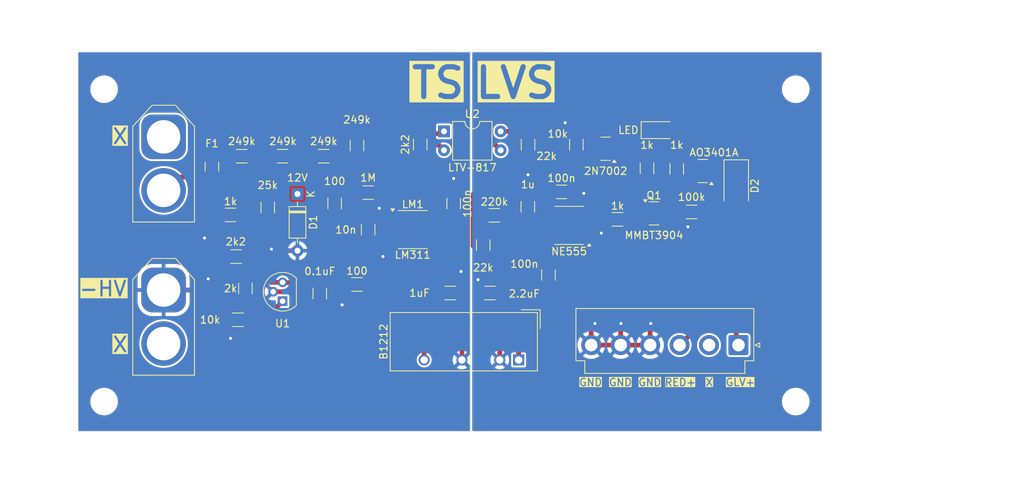
<source format=kicad_pcb>
(kicad_pcb (version 20240108) (generator "pcbnew") (generator_version "8.0")
  (layers (0 "F.Cu" signal) (31 "B.Cu" signal) (34 "B.Paste" user) (35 "F.Paste" user) (36 "B.SilkS" user "B.Silkscreen") (37 "F.SilkS" user "F.Silkscreen") (38 "B.Mask" user) (39 "F.Mask" user) (44 "Edge.Cuts" user))
  (net 0 "")
  (net 1 "/Vref")
  (net 2 "GND")
  (net 3 "Net-(LM1--)")
  (net 4 "Net-(LM1-+)")
  (net 5 "+12V")
  (net 6 "GLV-")
  (net 7 "VCC")
  (net 8 "Net-(U7-CV)")
  (net 9 "Net-(U7-THR)")
  (net 10 "/RED+")
  (net 11 "GLV+")
  (net 13 "/Vin")
  (net 14 "Net-(D3-K)")
  (net 15 "Net-(J1-Pin_2)")
  (net 16 "Net-(F1-Pad1)")
  (net 19 "Net-(LM1-Pad7)")
  (net 20 "Net-(LM1-BAL)")
  (net 21 "Net-(Q1-1)")
  (net 22 "Net-(Q1-3)")
  (net 23 "Net-(U1-REF)")
  (net 24 "Net-(R3-Pad2)")
  (net 25 "Net-(R5-Pad2)")
  (net 26 "Net-(R6-Pad1)")
  (net 27 "Net-(R8-Pad1)")
  (net 28 "Net-(R13-Pad2)")
  (net 29 "Net-(U4-G)")
  (net 30 "Net-(U4-D)")
  (net 31 "Net-(U7-DIS)")
  (net 32 "Net-(U7-Q)")
  (footprint "Capacitor_SMD:C_1206_3216Metric" (layer "F.Cu") (at 133.8825 89.9)
    (property "Reference" "C5" (hide yes))
    (property "Value" "2.2uF" (at 4.6175 0.1 0) (layer "F.SilkS"))
    (pad "1" smd roundrect (at -1.475 0) (size 1.15 1.8) (layers "F.Cu" "F.Paste" "F.Mask") (roundrect_rratio 0.217391) (net 6 "GLV-"))
    (pad "2" smd roundrect (at 1.475 0) (size 1.15 1.8) (layers "F.Cu" "F.Paste" "F.Mask") (roundrect_rratio 0.217391) (net 7 "VCC"))
  )
  (footprint "Capacitor_SMD:C_1206_3216Metric" (layer "F.Cu") (at 141.75 87.475 90)
    (property "Reference" "C6" (hide yes))
    (property "Value" "100n" (at 1.475 -3.25 180) (layer "F.SilkS"))
    (pad "1" smd roundrect (at -1.475 0 90) (size 1.15 1.8) (layers "F.Cu" "F.Paste" "F.Mask") (roundrect_rratio 0.217391) (net 6 "GLV-"))
    (pad "2" smd roundrect (at 1.475 0 90) (size 1.15 1.8) (layers "F.Cu" "F.Paste" "F.Mask") (roundrect_rratio 0.217391) (net 7 "VCC"))
  )
  (footprint "MountingHole:MountingHole_3.2mm_M3" (layer "F.Cu") (at 82 62.5)
    (property "Reference" "H4" (hide yes))
    (property "Value" "MountingHole" (hide yes))
    (pad "" np_thru_hole circle (at 0 0) (size 3.2 3.2) (drill 3.2) (layers "*.Cu" "*.Mask"))
  )
  (footprint "Resistor_SMD:R_1206_3216Metric" (layer "F.Cu") (at 100 93.5 180)
    (property "Reference" "R2" (hide yes))
    (property "Value" "10k" (at 3.75 0 180) (layer "F.SilkS"))
    (pad "1" smd roundrect (at -1.4625 0 180) (size 1.125 1.75) (layers "F.Cu" "F.Paste" "F.Mask") (roundrect_rratio 0.222222) (net 23 "Net-(U1-REF)"))
    (pad "2" smd roundrect (at 1.4625 0 180) (size 1.125 1.75) (layers "F.Cu" "F.Paste" "F.Mask") (roundrect_rratio 0.222222) (net 2 "GND"))
  )
  (footprint "Resistor_SMD:R_1206_3216Metric" (layer "F.Cu") (at 145.5 69.9625 90)
    (property "Reference" "R14" (hide yes))
    (property "Value" "10k" (at 1.4625 -2.5 180) (layer "F.SilkS"))
    (pad "1" smd roundrect (at -1.4625 0 90) (size 1.125 1.75) (layers "F.Cu" "F.Paste" "F.Mask") (roundrect_rratio 0.222222) (net 29 "Net-(U4-G)"))
    (pad "2" smd roundrect (at 1.4625 0 90) (size 1.125 1.75) (layers "F.Cu" "F.Paste" "F.Mask") (roundrect_rratio 0.222222) (net 6 "GLV-"))
  )
  (footprint "Resistor_SMD:R_1206_3216Metric" (layer "F.Cu") (at 134.475 79.4575 180)
    (property "Reference" "R17" (hide yes))
    (property "Value" "220k" (at 0 1.82 0) (layer "F.SilkS"))
    (pad "1" smd roundrect (at -1.4625 0 180) (size 1.125 1.75) (layers "F.Cu" "F.Paste" "F.Mask") (roundrect_rratio 0.222222) (net 9 "Net-(U7-THR)"))
    (pad "2" smd roundrect (at 1.4625 0 180) (size 1.125 1.75) (layers "F.Cu" "F.Paste" "F.Mask") (roundrect_rratio 0.222222) (net 31 "Net-(U7-DIS)"))
  )
  (footprint "Resistor_SMD:R_1206_3216Metric" (layer "F.Cu") (at 155 73.1375 90)
    (property "Reference" "R19" (hide yes))
    (property "Value" "1k" (at 3.1375 0 180) (layer "F.SilkS"))
    (pad "1" smd roundrect (at -1.4625 0 90) (size 1.125 1.75) (layers "F.Cu" "F.Paste" "F.Mask") (roundrect_rratio 0.222222) (net 22 "Net-(Q1-3)"))
    (pad "2" smd roundrect (at 1.4625 0 90) (size 1.125 1.75) (layers "F.Cu" "F.Paste" "F.Mask") (roundrect_rratio 0.222222) (net 14 "Net-(D3-K)"))
  )
  (footprint "MountingHole:MountingHole_3.2mm_M3" (layer "F.Cu") (at 175 104.5)
    (property "Reference" "H3" (hide yes))
    (property "Value" "MountingHole" (hide yes))
    (pad "" np_thru_hole circle (at 0 0) (size 3.2 3.2) (drill 3.2) (layers "*.Cu" "*.Mask"))
  )
  (footprint "Capacitor_SMD:C_1206_3216Metric" (layer "F.Cu") (at 129 77.875 90)
    (property "Reference" "C3" (hide yes))
    (property "Value" "100n" (at 0 1.85 90) (layer "F.SilkS"))
    (pad "1" smd roundrect (at -1.475 0 90) (size 1.15 1.8) (layers "F.Cu" "F.Paste" "F.Mask") (roundrect_rratio 0.217391) (net 5 "+12V"))
    (pad "2" smd roundrect (at 1.475 0 90) (size 1.15 1.8) (layers "F.Cu" "F.Paste" "F.Mask") (roundrect_rratio 0.217391) (net 2 "GND"))
  )
  (footprint "Connector_AMASS:AMASS_XT60-M_1x02_P7.20mm_Vertical" (layer "F.Cu") (at 90 89.5 -90)
    (property "Reference" "J2" (hide yes))
    (property "Value" "Conn_01x02_Pin" (hide yes))
    (pad "1" thru_hole roundrect (at 0 0 270) (size 6 6) (drill 4.5) (layers "*.Cu" "*.Mask") (net 2 "GND"))
    (pad "2" thru_hole circle (at 7.2 0 270) (size 6 6) (drill 4.5) (layers "*.Cu" "*.Mask"))
  )
  (footprint "Capacitor_SMD:C_1206_3216Metric" (layer "F.Cu") (at 117.5 81.4 -90)
    (property "Reference" "C2" (hide yes))
    (property "Value" "10n" (at 0 3 180) (layer "F.SilkS"))
    (pad "1" smd roundrect (at -1.475 0 270) (size 1.15 1.8) (layers "F.Cu" "F.Paste" "F.Mask") (roundrect_rratio 0.217391) (net 4 "Net-(LM1-+)"))
    (pad "2" smd roundrect (at 1.475 0 270) (size 1.15 1.8) (layers "F.Cu" "F.Paste" "F.Mask") (roundrect_rratio 0.217391) (net 3 "Net-(LM1--)"))
  )
  (footprint "Resistor_SMD:R_1206_3216Metric" (layer "F.Cu") (at 99.75 85 180)
    (property "Reference" "R4" (hide yes))
    (property "Value" "2k2" (at 0.0375 2 180) (layer "F.SilkS"))
    (pad "1" smd roundrect (at -1.4625 0 180) (size 1.125 1.75) (layers "F.Cu" "F.Paste" "F.Mask") (roundrect_rratio 0.222222) (net 1 "/Vref"))
    (pad "2" smd roundrect (at 1.4625 0 180) (size 1.125 1.75) (layers "F.Cu" "F.Paste" "F.Mask") (roundrect_rratio 0.222222) (net 5 "+12V"))
  )
  (footprint "Package_TO_SOT_THT:TO-92" (layer "F.Cu") (at 106 91 90)
    (property "Reference" "U1" (at -3 0 0) (layer "F.SilkS"))
    (property "Value" "TL431" (hide yes))
    (pad "1" thru_hole rect (at 0 0 90) (size 1.3 1.3) (drill 0.75) (layers "*.Cu" "*.Mask") (net 23 "Net-(U1-REF)"))
    (pad "2" thru_hole circle (at 1.27 -1.27 90) (size 1.3 1.3) (drill 0.75) (layers "*.Cu" "*.Mask") (net 2 "GND"))
    (pad "3" thru_hole circle (at 2.54 0 90) (size 1.3 1.3) (drill 0.75) (layers "*.Cu" "*.Mask") (net 1 "/Vref"))
  )
  (footprint "Resistor_SMD:R_1206_3216Metric" (layer "F.Cu") (at 132.975 83.4575 -90)
    (property "Reference" "R16" (hide yes))
    (property "Value" "22k" (at 3.0375 0 0) (layer "F.SilkS"))
    (pad "1" smd roundrect (at -1.4625 0 270) (size 1.125 1.75) (layers "F.Cu" "F.Paste" "F.Mask") (roundrect_rratio 0.222222) (net 31 "Net-(U7-DIS)"))
    (pad "2" smd roundrect (at 1.4625 0 270) (size 1.125 1.75) (layers "F.Cu" "F.Paste" "F.Mask") (roundrect_rratio 0.222222) (net 7 "VCC"))
  )
  (footprint "Resistor_SMD:R_1206_3216Metric" (layer "F.Cu") (at 151.0375 80 180)
    (property "Reference" "R18" (hide yes))
    (property "Value" "1k" (at 0 1.82 0) (layer "F.SilkS"))
    (pad "1" smd roundrect (at -1.4625 0 180) (size 1.125 1.75) (layers "F.Cu" "F.Paste" "F.Mask") (roundrect_rratio 0.222222) (net 21 "Net-(Q1-1)"))
    (pad "2" smd roundrect (at 1.4625 0 180) (size 1.125 1.75) (layers "F.Cu" "F.Paste" "F.Mask") (roundrect_rratio 0.222222) (net 32 "Net-(U7-Q)"))
  )
  (footprint "Capacitor_SMD:C_1206_3216Metric" (layer "F.Cu") (at 128.525 89.9 180)
    (property "Reference" "C4" (hide yes))
    (property "Value" "1uF" (at 4.1175 0 0) (layer "F.SilkS"))
    (pad "1" smd roundrect (at -1.475 0 180) (size 1.15 1.8) (layers "F.Cu" "F.Paste" "F.Mask") (roundrect_rratio 0.217391) (net 2 "GND"))
    (pad "2" smd roundrect (at 1.475 0 180) (size 1.15 1.8) (layers "F.Cu" "F.Paste" "F.Mask") (roundrect_rratio 0.217391) (net 5 "+12V"))
  )
  (footprint "Capacitor_SMD:C_1206_3216Metric" (layer "F.Cu") (at 138.975 78.305 -90)
    (property "Reference" "C8" (hide yes))
    (property "Value" "1u" (at -3 0 0) (layer "F.SilkS"))
    (pad "1" smd roundrect (at -1.475 0 270) (size 1.15 1.8) (layers "F.Cu" "F.Paste" "F.Mask") (roundrect_rratio 0.217391) (net 6 "GLV-"))
    (pad "2" smd roundrect (at 1.475 0 270) (size 1.15 1.8) (layers "F.Cu" "F.Paste" "F.Mask") (roundrect_rratio 0.217391) (net 9 "Net-(U7-THR)"))
  )
  (footprint "Capacitor_SMD:C_1206_3216Metric" (layer "F.Cu") (at 143.5 76.305 180)
    (property "Reference" "C7" (hide yes))
    (property "Value" "100n" (at 0 1.85 0) (layer "F.SilkS"))
    (pad "1" smd roundrect (at -1.475 0 180) (size 1.15 1.8) (layers "F.Cu" "F.Paste" "F.Mask") (roundrect_rratio 0.217391) (net 6 "GLV-"))
    (pad "2" smd roundrect (at 1.475 0 180) (size 1.15 1.8) (layers "F.Cu" "F.Paste" "F.Mask") (roundrect_rratio 0.217391) (net 8 "Net-(U7-CV)"))
  )
  (footprint "LED_SMD:LED_1206_3216Metric" (layer "F.Cu") (at 156.5 68)
    (property "Reference" "D3" (hide yes))
    (property "Value" "LED" (at -4 0 0) (layer "F.SilkS"))
    (pad "1" smd roundrect (at -1.4 0) (size 1.25 1.75) (layers "F.Cu" "F.Paste" "F.Mask") (roundrect_rratio 0.2) (net 14 "Net-(D3-K)"))
    (pad "2" smd roundrect (at 1.4 0) (size 1.25 1.75) (layers "F.Cu" "F.Paste" "F.Mask") (roundrect_rratio 0.2) (net 7 "VCC"))
  )
  (footprint "Fuse:Fuse_1206_3216Metric" (layer "F.Cu") (at 96.5 72.9 -90)
    (property "Reference" "F1" (at -3.1 0 180) (layer "F.SilkS"))
    (property "Value" "Fuse" (hide yes))
    (pad "1" smd roundrect (at -1.4 0 270) (size 1.25 1.75) (layers "F.Cu" "F.Paste" "F.Mask") (roundrect_rratio 0.2) (net 16 "Net-(F1-Pad1)"))
    (pad "2" smd roundrect (at 1.4 0 270) (size 1.25 1.75) (layers "F.Cu" "F.Paste" "F.Mask") (roundrect_rratio 0.2) (net 15 "Net-(J1-Pin_2)"))
  )
  (footprint "Resistor_SMD:R_1206_3216Metric" (layer "F.Cu") (at 104 78.4 90)
    (property "Reference" "R8" (hide yes))
    (property "Value" "25k" (at 3 0 180) (layer "F.SilkS"))
    (pad "1" smd roundrect (at -1.4625 0 90) (size 1.125 1.75) (layers "F.Cu" "F.Paste" "F.Mask") (roundrect_rratio 0.222222) (net 27 "Net-(R8-Pad1)"))
    (pad "2" smd roundrect (at 1.4625 0 90) (size 1.125 1.75) (layers "F.Cu" "F.Paste" "F.Mask") (roundrect_rratio 0.222222) (net 13 "/Vin"))
  )
  (footprint "Capacitor_SMD:C_1206_3216Metric" (layer "F.Cu") (at 111 89.975 -90)
    (property "Reference" "C1" (hide yes))
    (property "Value" "0.1uF" (at -3 0 0) (layer "F.SilkS"))
    (pad "1" smd roundrect (at -1.475 0 270) (size 1.15 1.8) (layers "F.Cu" "F.Paste" "F.Mask") (roundrect_rratio 0.217391) (net 1 "/Vref"))
    (pad "2" smd roundrect (at 1.475 0 270) (size 1.15 1.8) (layers "F.Cu" "F.Paste" "F.Mask") (roundrect_rratio 0.217391) (net 2 "GND"))
  )
  (footprint "Package_TO_SOT_SMD:SOT-23" (layer "F.Cu") (at 149.4375 70.5 180)
    (property "Reference" "U4" (hide yes))
    (property "Value" "2N7002" (at 0 -3 0) (layer "F.SilkS"))
    (pad "1" smd roundrect (at -0.9375 -0.95 180) (size 1.475 0.6) (layers "F.Cu" "F.Paste" "F.Mask") (net 29 "Net-(U4-G)"))
    (pad "2" smd roundrect (at -0.9375 0.95 180) (size 1.475 0.6) (layers "F.Cu" "F.Paste" "F.Mask") (net 6 "GLV-"))
    (pad "3" smd roundrect (at 0.9375 0 180) (size 1.475 0.6) (layers "F.Cu" "F.Paste" "F.Mask") (net 30 "Net-(U4-D)"))
  )
  (footprint "Resistor_SMD:R_1206_3216Metric" (layer "F.Cu") (at 116 70.0625 -90)
    (property "Reference" "R7" (hide yes))
    (property "Value" "249k" (at -3.4625 0 180) (layer "F.SilkS"))
    (pad "1" smd roundrect (at -1.4625 0 270) (size 1.125 1.75) (layers "F.Cu" "F.Paste" "F.Mask") (roundrect_rratio 0.222222) (net 26 "Net-(R6-Pad1)"))
    (pad "2" smd roundrect (at 1.4625 0 270) (size 1.125 1.75) (layers "F.Cu" "F.Paste" "F.Mask") (roundrect_rratio 0.222222) (net 13 "/Vin"))
  )
  (footprint "Package_SO:SOIC-8_3.9x4.9mm_P1.27mm" (layer "F.Cu") (at 123.5 81.375)
    (property "Reference" "LM1" (at 0 -3.4 0) (layer "F.SilkS"))
    (property "Value" "LM311" (at 0 3.4 0) (layer "F.SilkS"))
    (pad "1" smd roundrect (at -2.475 -1.905) (size 1.95 0.6) (layers "F.Cu" "F.Paste" "F.Mask") (net 2 "GND"))
    (pad "2" smd roundrect (at -2.475 -0.635) (size 1.95 0.6) (layers "F.Cu" "F.Paste" "F.Mask") (net 4 "Net-(LM1-+)"))
    (pad "3" smd roundrect (at -2.475 0.635) (size 1.95 0.6) (layers "F.Cu" "F.Paste" "F.Mask") (net 3 "Net-(LM1--)"))
    (pad "4" smd roundrect (at -2.475 1.905) (size 1.95 0.6) (layers "F.Cu" "F.Paste" "F.Mask") (net 2 "GND"))
    (pad "5" smd roundrect (at 2.475 1.905) (size 1.95 0.6) (layers "F.Cu" "F.Paste" "F.Mask") (net 20 "Net-(LM1-BAL)"))
    (pad "6" smd roundrect (at 2.475 0.635) (size 1.95 0.6) (layers "F.Cu" "F.Paste" "F.Mask") (net 20 "Net-(LM1-BAL)"))
    (pad "7" smd roundrect (at 2.475 -0.635) (size 1.95 0.6) (layers "F.Cu" "F.Paste" "F.Mask") (net 19 "Net-(LM1-Pad7)"))
    (pad "8" smd roundrect (at 2.475 -1.905) (size 1.95 0.6) (layers "F.Cu" "F.Paste" "F.Mask") (net 5 "+12V"))
  )
  (footprint "MountingHole:MountingHole_3.2mm_M3" (layer "F.Cu") (at 175 62.5)
    (property "Reference" "H1" (hide yes))
    (property "Value" "MountingHole" (hide yes))
    (pad "" np_thru_hole circle (at 0 0) (size 3.2 3.2) (drill 3.2) (layers "*.Cu" "*.Mask"))
  )
  (footprint "Connector_JST:JST_VH_B6P-VH_1x06_P3.96mm_Vertical" (layer "F.Cu") (at 167.3 96.9 180)
    (property "Reference" "Conn_01x1" (hide yes))
    (property "Value" "Conn_01x06" (hide yes))
    (pad "1" thru_hole roundrect (at 0 0 180) (size 2.7 2.7) (drill 1.7) (layers "*.Cu" "*.Mask") (roundrect_rratio 0.092593) (net 11 "GLV+"))
    (pad "2" thru_hole circle (at 3.96 0 180) (size 2.7 2.7) (drill 1.7) (layers "*.Cu" "*.Mask"))
    (pad "3" thru_hole circle (at 7.92 0 180) (size 2.7 2.7) (drill 1.7) (layers "*.Cu" "*.Mask") (net 10 "/RED+"))
    (pad "4" thru_hole circle (at 11.88 0 180) (size 2.7 2.7) (drill 1.7) (layers "*.Cu" "*.Mask") (net 6 "GLV-"))
    (pad "5" thru_hole circle (at 15.84 0 180) (size 2.7 2.7) (drill 1.7) (layers "*.Cu" "*.Mask") (net 6 "GLV-"))
    (pad "6" thru_hole circle (at 19.8 0 180) (size 2.7 2.7) (drill 1.7) (layers "*.Cu" "*.Mask") (net 6 "GLV-"))
  )
  (footprint "Diode_SMD:D_SMA" (layer "F.Cu") (at 167 75.5 -90)
    (property "Reference" "D2" (at 0 -2.5 90) (layer "F.SilkS"))
    (property "Value" "D" (hide yes))
    (pad "1" smd roundrect (at -2 0 270) (size 2.5 1.8) (layers "F.Cu" "F.Paste" "F.Mask") (roundrect_rratio 0.1388888889) (net 7 "VCC"))
    (pad "2" smd roundrect (at 2 0 270) (size 2.5 1.8) (layers "F.Cu" "F.Paste" "F.Mask") (roundrect_rratio 0.1388888889) (net 11 "GLV+"))
  )
  (footprint "Resistor_SMD:R_1206_3216Metric" (layer "F.Cu") (at 106 71.5)
    (property "Reference" "R5" (hide yes))
    (property "Value" "249k" (at 0.0375 -2 180) (layer "F.SilkS"))
    (pad "1" smd roundrect (at -1.4625 0) (size 1.125 1.75) (layers "F.Cu" "F.Paste" "F.Mask") (roundrect_rratio 0.222222) (net 24 "Net-(R3-Pad2)"))
    (pad "2" smd roundrect (at 1.4625 0) (size 1.125 1.75) (layers "F.Cu" "F.Paste" "F.Mask") (roundrect_rratio 0.222222) (net 25 "Net-(R5-Pad2)"))
  )
  (footprint "Package_TO_SOT_SMD:SOT-23" (layer "F.Cu") (at 155.9375 79.1875)
    (property "Reference" "Q1" (at 0 -2.4 0) (layer "F.SilkS"))
    (property "Value" "MMBT3904" (at 0 2.95 0) (layer "F.SilkS"))
    (pad "1" smd roundrect (at -0.9375 -0.95) (size 1.475 0.6) (layers "F.Cu" "F.Paste" "F.Mask") (net 22 "Net-(Q1-3)"))
    (pad "2" smd roundrect (at -0.9375 0.95) (size 1.475 0.6) (layers "F.Cu" "F.Paste" "F.Mask") (net 21 "Net-(Q1-1)"))
    (pad "3" smd roundrect (at 0.9375 0) (size 1.475 0.6) (layers "F.Cu" "F.Paste" "F.Mask") (net 6 "GLV-"))
  )
  (footprint "Resistor_SMD:R_1206_3216Metric" (layer "F.Cu") (at 159 73.2125 90)
    (property "Reference" "R20" (hide yes))
    (property "Value" "1k" (at 3.2125 0 180) (layer "F.SilkS"))
    (pad "1" smd roundrect (at -1.4625 0 90) (size 1.125 1.75) (layers "F.Cu" "F.Paste" "F.Mask") (roundrect_rratio 0.222222) (net 22 "Net-(Q1-3)"))
    (pad "2" smd roundrect (at 1.4625 0 90) (size 1.125 1.75) (layers "F.Cu" "F.Paste" "F.Mask") (roundrect_rratio 0.222222) (net 7 "VCC"))
  )
  (footprint "Resistor_SMD:R_1206_3216Metric" (layer "F.Cu") (at 124.5 69.9375 90)
    (property "Reference" "R13" (hide yes))
    (property "Value" "2k2" (at 0 -2 90) (layer "F.SilkS"))
    (pad "1" smd roundrect (at -1.4625 0 90) (size 1.125 1.75) (layers "F.Cu" "F.Paste" "F.Mask") (roundrect_rratio 0.222222) (net 5 "+12V"))
    (pad "2" smd roundrect (at 1.4625 0 90) (size 1.125 1.75) (layers "F.Cu" "F.Paste" "F.Mask") (roundrect_rratio 0.222222) (net 28 "Net-(R13-Pad2)"))
  )
  (footprint "Converter_DCDC:Converter_DCDC_TRACO_TBA2-xxxx_Single_THT" (layer "F.Cu") (at 137.7375 98.9 -90)
    (property "Reference" "U3" (hide yes))
    (property "Value" "B1212" (at -2.45 18.15 90) (layer "F.SilkS"))
    (pad "1" thru_hole rect (at 0 0 270) (size 1.5 1.5) (drill 1) (layers "*.Cu" "*.Mask") (net 7 "VCC"))
    (pad "2" thru_hole circle (at 0 2.54 270) (size 1.5 1.5) (drill 1) (layers "*.Cu" "*.Mask") (net 6 "GLV-"))
    (pad "4" thru_hole circle (at 0 7.62 270) (size 1.5 1.5) (drill 1) (layers "*.Cu" "*.Mask") (net 2 "GND"))
    (pad "6" thru_hole circle (at 0 12.7 270) (size 1.5 1.5) (drill 1) (layers "*.Cu" "*.Mask") (net 5 "+12V"))
  )
  (footprint "Package_TO_SOT_SMD:SOT-23" (layer "F.Cu") (at 162.5 73.5 180)
    (property "Reference" "Q3" (hide yes))
    (property "Value" "AO3401A" (at -1.5 2.5 0) (layer "F.SilkS"))
    (pad "1" smd roundrect (at -0.9375 -0.95 180) (size 1.475 0.6) (layers "F.Cu" "F.Paste" "F.Mask") (net 22 "Net-(Q1-3)"))
    (pad "2" smd roundrect (at -0.9375 0.95 180) (size 1.475 0.6) (layers "F.Cu" "F.Paste" "F.Mask") (net 7 "VCC"))
    (pad "3" smd roundrect (at 0.9375 0 180) (size 1.475 0.6) (layers "F.Cu" "F.Paste" "F.Mask") (net 10 "/RED+"))
  )
  (footprint "Package_DIP:DIP-4_W7.62mm" (layer "F.Cu") (at 127.7 68.1625)
    (property "Reference" "U2" (at 3.81 -2.33 0) (layer "F.SilkS"))
    (property "Value" "LTV-817" (at 3.81 4.87 0) (layer "F.SilkS"))
    (pad "1" thru_hole rect (at 0 0) (size 1.6 1.6) (drill 0.8) (layers "*.Cu" "*.Mask") (net 28 "Net-(R13-Pad2)"))
    (pad "2" thru_hole oval (at 0 2.54) (size 1.6 1.6) (drill 0.8) (layers "*.Cu" "*.Mask") (net 19 "Net-(LM1-Pad7)"))
    (pad "3" thru_hole oval (at 7.62 2.54) (size 1.6 1.6) (drill 0.8) (layers "*.Cu" "*.Mask") (net 29 "Net-(U4-G)"))
    (pad "4" thru_hole oval (at 7.62 0) (size 1.6 1.6) (drill 0.8) (layers "*.Cu" "*.Mask") (net 7 "VCC"))
  )
  (footprint "Resistor_SMD:R_1206_3216Metric" (layer "F.Cu") (at 161 79)
    (property "Reference" "R21" (hide yes))
    (property "Value" "100k" (at 0 -2 0) (layer "F.SilkS"))
    (pad "1" smd roundrect (at -1.4625 0) (size 1.125 1.75) (layers "F.Cu" "F.Paste" "F.Mask") (roundrect_rratio 0.222222) (net 6 "GLV-"))
    (pad "2" smd roundrect (at 1.4625 0) (size 1.125 1.75) (layers "F.Cu" "F.Paste" "F.Mask") (roundrect_rratio 0.222222) (net 22 "Net-(Q1-3)"))
  )
  (footprint "MountingHole:MountingHole_3.2mm_M3" (layer "F.Cu") (at 82 104.5)
    (property "Reference" "H2" (hide yes))
    (property "Value" "MountingHole" (hide yes))
    (pad "" np_thru_hole circle (at 0 0) (size 3.2 3.2) (drill 3.2) (layers "*.Cu" "*.Mask"))
  )
  (footprint "Resistor_SMD:R_1206_3216Metric" (layer "F.Cu") (at 113 77.8625 90)
    (property "Reference" "R10" (hide yes))
    (property "Value" "100" (at 3 0 180) (layer "F.SilkS"))
    (pad "1" smd roundrect (at -1.4625 0 90) (size 1.125 1.75) (layers "F.Cu" "F.Paste" "F.Mask") (roundrect_rratio 0.222222) (net 4 "Net-(LM1-+)"))
    (pad "2" smd roundrect (at 1.4625 0 90) (size 1.125 1.75) (layers "F.Cu" "F.Paste" "F.Mask") (roundrect_rratio 0.222222) (net 13 "/Vin"))
  )
  (footprint "Resistor_SMD:R_1206_3216Metric" (layer "F.Cu") (at 117.5 76.4)
    (property "Reference" "R12" (hide yes))
    (property "Value" "1M" (at 0 -2 0) (layer "F.SilkS"))
    (pad "1" smd roundrect (at -1.4625 0) (size 1.125 1.75) (layers "F.Cu" "F.Paste" "F.Mask") (roundrect_rratio 0.222222) (net 13 "/Vin"))
    (pad "2" smd roundrect (at 1.4625 0) (size 1.125 1.75) (layers "F.Cu" "F.Paste" "F.Mask") (roundrect_rratio 0.222222) (net 19 "Net-(LM1-Pad7)"))
  )
  (footprint "Resistor_SMD:R_1206_3216Metric" (layer "F.Cu") (at 99 79.4 180)
    (property "Reference" "R9" (hide yes))
    (property "Value" "1k" (at 0 1.82 0) (layer "F.SilkS"))
    (pad "1" smd roundrect (at -1.4625 0 180) (size 1.125 1.75) (layers "F.Cu" "F.Paste" "F.Mask") (roundrect_rratio 0.222222) (net 27 "Net-(R8-Pad1)"))
    (pad "2" smd roundrect (at 1.4625 0 180) (size 1.125 1.75) (layers "F.Cu" "F.Paste" "F.Mask") (roundrect_rratio 0.222222) (net 2 "GND"))
  )
  (footprint "Diode_THT:D_DO-35_SOD27_P7.62mm_Horizontal" (layer "F.Cu") (at 108 76.59 -90)
    (property "Reference" "D1" (at 3.81 -2.12 90) (layer "F.SilkS"))
    (property "Value" "12V" (at -2.19 0 180) (layer "F.SilkS"))
    (fp_text user "K" (at 0 -1.8 90) (layer "F.SilkS"))
    (pad "1" thru_hole rect (at 0 0 270) (size 1.6 1.6) (drill 0.8) (layers "*.Cu" "*.Mask") (net 13 "/Vin"))
    (pad "2" thru_hole oval (at 7.62 0 270) (size 1.6 1.6) (drill 0.8) (layers "*.Cu" "*.Mask") (net 2 "GND"))
  )
  (footprint "Resistor_SMD:R_1206_3216Metric" (layer "F.Cu") (at 111.5375 71.5 180)
    (property "Reference" "R6" (hide yes))
    (property "Value" "249k" (at 0 2 180) (layer "F.SilkS"))
    (pad "1" smd roundrect (at -1.4625 0 180) (size 1.125 1.75) (layers "F.Cu" "F.Paste" "F.Mask") (roundrect_rratio 0.222222) (net 26 "Net-(R6-Pad1)"))
    (pad "2" smd roundrect (at 1.4625 0 180) (size 1.125 1.75) (layers "F.Cu" "F.Paste" "F.Mask") (roundrect_rratio 0.222222) (net 25 "Net-(R5-Pad2)"))
  )
  (footprint "Resistor_SMD:R_1206_3216Metric" (layer "F.Cu") (at 101 89.2875 -90)
    (property "Reference" "R1" (hide yes))
    (property "Value" "2k" (at 0 2 0) (layer "F.SilkS"))
    (pad "1" smd roundrect (at -1.4625 0 270) (size 1.125 1.75) (layers "F.Cu" "F.Paste" "F.Mask") (roundrect_rratio 0.222222) (net 1 "/Vref"))
    (pad "2" smd roundrect (at 1.4625 0 270) (size 1.125 1.75) (layers "F.Cu" "F.Paste" "F.Mask") (roundrect_rratio 0.222222) (net 23 "Net-(U1-REF)"))
  )
  (footprint "Package_SO:SOIC-8_3.9x4.9mm_P1.27mm" (layer "F.Cu") (at 144.525 80.805 180)
    (property "Reference" "U7" (hide yes))
    (property "Value" "NE555" (at 0 -3.5 0) (layer "F.SilkS"))
    (pad "1" smd roundrect (at -2.475 -1.905 180) (size 1.95 0.6) (layers "F.Cu" "F.Paste" "F.Mask") (net 6 "GLV-"))
    (pad "2" smd roundrect (at -2.475 -0.635 180) (size 1.95 0.6) (layers "F.Cu" "F.Paste" "F.Mask") (net 9 "Net-(U7-THR)"))
    (pad "3" smd roundrect (at -2.475 0.635 180) (size 1.95 0.6) (layers "F.Cu" "F.Paste" "F.Mask") (net 32 "Net-(U7-Q)"))
    (pad "4" smd roundrect (at -2.475 1.905 180) (size 1.95 0.6) (layers "F.Cu" "F.Paste" "F.Mask") (net 30 "Net-(U4-D)"))
    (pad "5" smd roundrect (at 2.475 1.905 180) (size 1.95 0.6) (layers "F.Cu" "F.Paste" "F.Mask") (net 8 "Net-(U7-CV)"))
    (pad "6" smd roundrect (at 2.475 0.635 180) (size 1.95 0.6) (layers "F.Cu" "F.Paste" "F.Mask") (net 9 "Net-(U7-THR)"))
    (pad "7" smd roundrect (at 2.475 -0.635 180) (size 1.95 0.6) (layers "F.Cu" "F.Paste" "F.Mask") (net 31 "Net-(U7-DIS)"))
    (pad "8" smd roundrect (at 2.475 -1.905 180) (size 1.95 0.6) (layers "F.Cu" "F.Paste" "F.Mask") (net 7 "VCC"))
  )
  (footprint "Resistor_SMD:R_1206_3216Metric" (layer "F.Cu") (at 139 69.9625 90)
    (property "Reference" "R15" (hide yes))
    (property "Value" "22k" (at -1.5375 2.5 180) (layer "F.SilkS"))
    (pad "1" smd roundrect (at -1.4625 0 90) (size 1.125 1.75) (layers "F.Cu" "F.Paste" "F.Mask") (roundrect_rratio 0.222222) (net 30 "Net-(U4-D)"))
    (pad "2" smd roundrect (at 1.4625 0 90) (size 1.125 1.75) (layers "F.Cu" "F.Paste" "F.Mask") (roundrect_rratio 0.222222) (net 7 "VCC"))
  )
  (footprint "Connector_AMASS:AMASS_XT60-M_1x02_P7.20mm_Vertical" (layer "F.Cu") (at 90 68.9 -90)
    (property "Reference" "J1" (hide yes))
    (property "Value" "Conn_01x02_Pin" (hide yes))
    (pad "1" thru_hole roundrect (at 0 0 270) (size 6 6) (drill 4.5) (layers "*.Cu" "*.Mask"))
    (pad "2" thru_hole circle (at 7.2 0 270) (size 6 6) (drill 4.5) (layers "*.Cu" "*.Mask") (net 15 "Net-(J1-Pin_2)"))
  )
  (footprint "Resistor_SMD:R_1206_3216Metric" (layer "F.Cu") (at 116 88.75 180)
    (property "Reference" "R11" (hide yes))
    (property "Value" "100" (at 0 1.82 0) (layer "F.SilkS"))
    (pad "1" smd roundrect (at -1.4625 0 180) (size 1.125 1.75) (layers "F.Cu" "F.Paste" "F.Mask") (roundrect_rratio 0.222222) (net 3 "Net-(LM1--)"))
    (pad "2" smd roundrect (at 1.4625 0 180) (size 1.125 1.75) (layers "F.Cu" "F.Paste" "F.Mask") (roundrect_rratio 0.222222) (net 1 "/Vref"))
  )
  (footprint "Resistor_SMD:R_1206_3216Metric" (layer "F.Cu") (at 100.5 71.5)
    (property "Reference" "R3" (hide yes))
    (property "Value" "249k" (at 0 -2 180) (layer "F.SilkS"))
    (pad "1" smd roundrect (at -1.4625 0) (size 1.125 1.75) (layers "F.Cu" "F.Paste" "F.Mask") (roundrect_rratio 0.222222) (net 16 "Net-(F1-Pad1)"))
    (pad "2" smd roundrect (at 1.4625 0) (size 1.125 1.75) (layers "F.Cu" "F.Paste" "F.Mask") (roundrect_rratio 0.222222) (net 24 "Net-(R3-Pad2)"))
  )
  (gr_line (start 131.25 57.5) (end 131.25 108.5) (stroke (width 0.12)) (layer "F.SilkS"))
  (gr_rect (start 78.5 57.5) (end 178.5 108.5) (stroke (width 0.05)) (fill none) (layer "Edge.Cuts"))
  (gr_text "TS" (at 123 64 0) (layer "F.SilkS" knockout) (effects (font (size 4 4) (thickness 0.7) (bold yes)) (justify left bottom)))
  (gr_text "X" (at 162.8 102.5 0) (layer "F.SilkS" knockout) (effects (font (size 1 1)) (justify left bottom)))
  (gr_text "X" (at 83 70 0) (layer "F.SilkS" knockout) (effects (font (size 2 2) (thickness 0.3)) (justify left bottom)))
  (gr_text "-HV" (at 78.5 90.5 0) (layer "F.SilkS" knockout) (effects (font (size 2 2) (thickness 0.3)) (justify left bottom)))
  (gr_text "LVS\n" (at 131.6 64 0) (layer "F.SilkS" knockout) (effects (font (size 4 4) (thickness 0.7) (bold yes)) (justify left bottom)))
  (gr_text "RED+" (at 157.3 102.5 0) (layer "F.SilkS" knockout) (effects (font (size 1 1)) (justify left bottom)))
  (gr_text "GND" (at 153.75 102.5 0) (layer "F.SilkS" knockout) (effects (font (size 1 1)) (justify left bottom)))
  (gr_text "X" (at 83 98 0) (layer "F.SilkS" knockout) (effects (font (size 2 2) (thickness 0.3)) (justify left bottom)))
  (gr_text "GND" (at 145.8 102.5 0) (layer "F.SilkS" knockout) (effects (font (size 1 1)) (justify left bottom)))
  (gr_text "GND" (at 149.8 102.5 0) (layer "F.SilkS" knockout) (effects (font (size 1 1)) (justify left bottom)))
  (gr_text "GLV+" (at 165.5 102.5 0) (layer "F.SilkS" knockout) (effects (font (size 1 1)) (justify left bottom)))
  (segment (start 114.5375 88.75) (end 111.25 88.75) (width 0.635) (layer "F.Cu") (net 1))
  (segment (start 111.25 88.75) (end 111 88.5) (width 0.635) (layer "F.Cu") (net 1))
  (segment (start 111 88.5) (end 106.04 88.5) (width 0.635) (layer "F.Cu") (net 1))
  (segment (start 106.04 88.5) (end 106 88.46) (width 0.635) (layer "F.Cu") (net 1))
  (segment (start 101 87.825) (end 101 85.2125) (width 0.635) (layer "F.Cu") (net 1))
  (segment (start 101.635 88.46) (end 101 87.825) (width 0.635) (layer "F.Cu") (net 1))
  (segment (start 101 85.2125) (end 101.2125 85) (width 0.635) (layer "F.Cu") (net 1))
  (segment (start 106 88.46) (end 101.635 88.46) (width 0.635) (layer "F.Cu") (net 1))
  (segment (start 129 76.4) (end 129 74.5) (width 0.635) (layer "F.Cu") (net 2))
  (segment (start 119.97 79.47) (end 119 78.5) (width 0.635) (layer "F.Cu") (net 2))
  (segment (start 111 91.45) (end 113.95 91.45) (width 0.635) (layer "F.Cu") (net 2))
  (segment (start 121.025 83.475) (end 119.5 85) (width 0.635) (layer "F.Cu") (net 2))
  (segment (start 97.5375 80.4625) (end 95.5 82.5) (width 0.635) (layer "F.Cu") (net 2))
  (segment (start 113.95 91.45) (end 114 91.5) (width 0.635) (layer "F.Cu") (net 2))
  (segment (start 108 84.21) (end 104.71 84.21) (width 0.635) (layer "F.Cu") (net 2))
  (segment (start 130 89.9) (end 130 87) (width 0.635) (layer "F.Cu") (net 2))
  (segment (start 98.5375 93.5) (end 98.5375 95.5375) (width 0.635) (layer "F.Cu") (net 2))
  (segment (start 130.1175 98.9) (end 130.1175 90.0175) (width 0.635) (layer "F.Cu") (net 2))
  (segment (start 94.5375 89.5) (end 94.5375 89.4625) (width 0.635) (layer "F.Cu") (net 2))
  (segment (start 130.1175 90.0175) (end 130 89.9) (width 0.635) (layer "F.Cu") (net 2))
  (segment (start 121.025 79.47) (end 119.97 79.47) (width 0.635) (layer "F.Cu") (net 2))
  (segment (start 98.5375 95.5375) (end 99 96) (width 0.635) (layer "F.Cu") (net 2))
  (segment (start 109.28 89.73) (end 104.73 89.73) (width 0.635) (layer "F.Cu") (net 2))
  (segment (start 111 91.45) (end 109.28 89.73) (width 0.635) (layer "F.Cu") (net 2))
  (segment (start 94.5375 89.5) (end 98.5375 93.5) (width 0.635) (layer "F.Cu") (net 2))
  (segment (start 94.5375 89.4625) (end 96 88) (width 0.635) (layer "F.Cu") (net 2))
  (segment (start 90 89.5) (end 94.5375 89.5) (width 0.635) (layer "F.Cu") (net 2))
  (segment (start 97.5375 79.4) (end 97.5375 80.4625) (width 0.635) (layer "F.Cu") (net 2))
  (segment (start 121.025 83.28) (end 121.025 83.475) (width 0.635) (layer "F.Cu") (net 2))
  (segment (start 104.71 84.21) (end 104.5 84) (width 0.635) (layer "F.Cu") (net 2))
  (via (at 119.5 85) (size 0.8) (drill 0.4) (layers "F.Cu" "B.Cu") (net 2))
  (via (at 99 96) (size 0.8) (drill 0.4) (layers "F.Cu" "B.Cu") (net 2))
  (via (at 104.5 84) (size 0.8) (drill 0.4) (layers "F.Cu" "B.Cu") (net 2))
  (via (at 96 88) (size 0.8) (drill 0.4) (layers "F.Cu" "B.Cu") (net 2))
  (via (at 95.5 82.5) (size 0.8) (drill 0.4) (layers "F.Cu" "B.Cu") (net 2))
  (via (at 114 91.5) (size 0.8) (drill 0.4) (layers "F.Cu" "B.Cu") (net 2))
  (via (at 119 78.5) (size 0.8) (drill 0.4) (layers "F.Cu" "B.Cu") (net 2))
  (via (at 130 87) (size 0.8) (drill 0.4) (layers "F.Cu" "B.Cu") (net 2))
  (via (at 129 74.5) (size 0.8) (drill 0.4) (layers "F.Cu" "B.Cu") (net 2))
  (segment (start 117.4625 82.9125) (end 117.5 82.875) (width 0.635) (layer "F.Cu") (net 3))
  (segment (start 117.4625 88.75) (end 117.4625 82.9125) (width 0.635) (layer "F.Cu") (net 3))
  (segment (start 118.365 82.01) (end 117.5 82.875) (width 0.635) (layer "F.Cu") (net 3))
  (segment (start 121.025 82.01) (end 118.365 82.01) (width 0.635) (layer "F.Cu") (net 3))
  (segment (start 118.315 80.74) (end 117.5 79.925) (width 0.635) (layer "F.Cu") (net 4))
  (segment (start 113 79.325) (end 116.9 79.325) (width 0.635) (layer "F.Cu") (net 4))
  (segment (start 121.025 80.74) (end 118.315 80.74) (width 0.635) (layer "F.Cu") (net 4))
  (segment (start 116.9 79.325) (end 117.5 79.925) (width 0.635) (layer "F.Cu") (net 4))
  (segment (start 100.205 83.0825) (end 102.284959 83.0825) (width 0.635) (layer "F.Cu") (net 5))
  (segment (start 123 88) (end 127.05 88) (width 0.635) (layer "F.Cu") (net 5))
  (segment (start 129 85) (end 127.05 86.95) (width 0.635) (layer "F.Cu") (net 5))
  (segment (start 128.88 79.47) (end 129 79.35) (width 0.635) (layer "F.Cu") (net 5))
  (segment (start 114.944836 87.1275) (end 115.6175 87.800164) (width 0.635) (layer "F.Cu") (net 5))
  (segment (start 115.6175 87.800164) (end 115.6175 89.699836) (width 0.635) (layer "F.Cu") (net 5))
  (segment (start 125.975 79.47) (end 127 79.47) (width 0.635) (layer "F.Cu") (net 5))
  (segment (start 120.8575 90.1425) (end 123 88) (width 0.635) (layer "F.Cu") (net 5))
  (segment (start 125.0375 98.9) (end 125.0375 91.9125) (width 0.635) (layer "F.Cu") (net 5))
  (segment (start 116.060164 90.1425) (end 120.8575 90.1425) (width 0.635) (layer "F.Cu") (net 5))
  (segment (start 102.284959 83.0825) (end 106.329959 87.1275) (width 0.635) (layer "F.Cu") (net 5))
  (segment (start 127.05 86.95) (end 127.05 88) (width 0.635) (layer "F.Cu") (net 5))
  (segment (start 115.6175 89.699836) (end 116.060164 90.1425) (width 0.635) (layer "F.Cu") (net 5))
  (segment (start 106.329959 87.1275) (end 114.944836 87.1275) (width 0.635) (layer "F.Cu") (net 5))
  (segment (start 127 79.47) (end 128.88 79.47) (width 0.635) (layer "F.Cu") (net 5))
  (segment (start 127.05 88) (end 127.05 89.9) (width 0.635) (layer "F.Cu") (net 5))
  (segment (start 98.2875 85) (end 100.205 83.0825) (width 0.635) (layer "F.Cu") (net 5))
  (segment (start 127 77.35) (end 129 79.35) (width 0.635) (layer "F.Cu") (net 5))
  (segment (start 129 79.35) (end 129 85) (width 0.635) (layer "F.Cu") (net 5))
  (segment (start 127 73.9) (end 127 77.35) (width 0.635) (layer "F.Cu") (net 5))
  (segment (start 127 73.9) (end 124.5 71.4) (width 0.635) (layer "F.Cu") (net 5))
  (segment (start 125.0375 91.9125) (end 127.05 89.9) (width 0.635) (layer "F.Cu") (net 5))
  (segment (start 135.1975 92.69) (end 132.4075 89.9) (width 0.635) (layer "F.Cu") (net 6))
  (segment (start 135.1975 98.9) (end 135.1975 92.69) (width 0.635) (layer "F.Cu") (net 6))
  (segment (start 147.5 96.9) (end 147.5 94.7) (width 0.635) (layer "F.Cu") (net 6))
  (segment (start 159.5375 80.0375) (end 160.5 81) (width 0.635) (layer "F.Cu") (net 6))
  (segment (start 146.305 76.305) (end 146.5 76.5) (width 0.635) (layer "F.Cu") (net 6))
  (segment (start 147.992458 82.71) (end 148.851229 81.851229) (width 0.635) (layer "F.Cu") (net 6))
  (segment (start 145.5 68.5) (end 149.325 68.5) (width 0.635) (layer "F.Cu") (net 6))
  (segment (start 151.46 94.04) (end 151.5 94) (width 0.635) (layer "F.Cu") (net 6))
  (segment (start 151.46 96.9) (end 155.42 96.9) (width 0.635) (layer "F.Cu") (net 6))
  (segment (start 140.9175 74.8875) (end 143.5575 74.8875) (width 0.635) (layer "F.Cu") (net 6))
  (segment (start 159.5375 79) (end 159.5375 80.0375) (width 0.635) (layer "F.Cu") (net 6))
  (segment (start 147 82.71) (end 147.992458 82.71) (width 0.635) (layer "F.Cu") (net 6))
  (segment (start 147.5 94.7) (end 148 94.2) (width 0.635) (layer "F.Cu") (net 6))
  (segment (start 157.0625 79) (end 156.875 79.1875) (width 0.635) (layer "F.Cu") (net 6))
  (segment (start 132.280383 88.116928) (end 132.280383 89.772883) (width 0.635) (layer "F.Cu") (net 6))
  (segment (start 144.975 76.305) (end 146.305 76.305) (width 0.635) (layer "F.Cu") (net 6))
  (segment (start 145.5 68.5) (end 144 67) (width 0.635) (layer "F.Cu") (net 6))
  (segment (start 149.325 68.5) (end 150.375 69.55) (width 0.635) (layer "F.Cu") (net 6))
  (segment (start 138.975 76.83) (end 140.6525 75.1525) (width 0.635) (layer "F.Cu") (net 6))
  (segment (start 155.42 96.9) (end 155.42 94.08) (width 0.635) (layer "F.Cu") (net 6))
  (segment (start 139.5 74) (end 139 74) (width 0.635) (layer "F.Cu") (net 6))
  (segment (start 143.5575 74.8875) (end 144.975 76.305) (width 0.635) (layer "F.Cu") (net 6))
  (segment (start 155.42 94.08) (end 155.5 94) (width 0.635) (layer "F.Cu") (net 6))
  (segment (start 147.5 94.7) (end 141.75 88.95) (width 0.635) (layer "F.Cu") (net 6))
  (segment (start 132.280383 89.772883) (end 132.4075 89.9) (width 0.635) (layer "F.Cu") (net 6))
  (segment (start 140.6525 75.1525) (end 139.5 74) (width 0.635) (layer "F.Cu") (net 6))
  (segment (start 140.6525 75.1525) (end 140.9175 74.8875) (width 0.635) (layer "F.Cu") (net 6))
  (segment (start 147.5 96.9) (end 151.46 96.9) (width 0.635) (layer "F.Cu") (net 6))
  (segment (start 151.46 96.9) (end 151.46 94.04) (width 0.635) (layer "F.Cu") (net 6))
  (segment (start 148 94.2) (end 148 94) (width 0.635) (layer "F.Cu") (net 6))
  (segment (start 159.5375 79) (end 157.0625 79) (width 0.635) (layer "F.Cu") (net 6))
  (via (at 146.5 76.5) (size 0.8) (drill 0.4) (layers "F.Cu" "B.Cu") (net 6))
  (via (at 139 74) (size 0.8) (drill 0.4) (layers "F.Cu" "B.Cu") (net 6))
  (via (at 132.280383 88.116928) (size 0.8) (drill 0.4) (layers "F.Cu" "B.Cu") (net 6))
  (via (at 148.851229 81.851229) (size 0.8) (drill 0.4) (layers "F.Cu" "B.Cu") (net 6))
  (via (at 160.5 81) (size 0.8) (drill 0.4) (layers "F.Cu" "B.Cu") (net 6))
  (via (at 155.5 94) (size 0.8) (drill 0.4) (layers "F.Cu" "B.Cu") (net 6))
  (via (at 151.5 94) (size 0.8) (drill 0.4) (layers "F.Cu" "B.Cu") (net 6))
  (via (at 144 67) (size 0.8) (drill 0.4) (layers "F.Cu" "B.Cu") (net 6))
  (via (at 148 94) (size 0.8) (drill 0.4) (layers "F.Cu" "B.Cu") (net 6))
  (segment (start 151.3825 76.187664) (end 154.815164 72.755) (width 0.635) (layer "F.Cu") (net 7))
  (segment (start 163.4375 72.55) (end 166.05 72.55) (width 0.635) (layer "F.Cu") (net 7))
  (segment (start 132.975 84.92) (end 140.67 84.92) (width 0.635) (layer "F.Cu") (net 7))
  (segment (start 132.975 87.5175) (end 135.3575 89.9) (width 0.635) (layer "F.Cu") (net 7))
  (segment (start 138.6625 68.1625) (end 139 68.5) (width 0.635) (layer "F.Cu") (net 7))
  (segment (start 135.3575 90.8575) (end 137.7375 93.2375) (width 0.635) (layer "F.Cu") (net 7))
  (segment (start 137.7375 93.2375) (end 137.7375 98.9) (width 0.635) (layer "F.Cu") (net 7))
  (segment (start 141.75 86) (end 141.75 83.01) (width 0.635) (layer "F.Cu") (net 7))
  (segment (start 146 86) (end 151.3825 80.6175) (width 0.635) (layer "F.Cu") (net 7))
  (segment (start 159 71.75) (end 159 69.1) (width 0.635) (layer "F.Cu") (net 7))
  (segment (start 135.3575 89.9) (end 135.3575 90.8575) (width 0.635) (layer "F.Cu") (net 7))
  (segment (start 137 68.1625) (end 138.6625 68.1625) (width 0.635) (layer "F.Cu") (net 7))
  (segment (start 140.67 84.92) (end 141.75 86) (width 0.635) (layer "F.Cu") (net 7))
  (segment (start 135.32 68.1625) (end 137 68.1625) (width 0.635) (layer "F.Cu") (net 7))
  (segment (start 159 69.1) (end 157.9 68) (width 0.635) (layer "F.Cu") (net 7))
  (segment (start 151.3825 80.6175) (end 151.3825 76.187664) (width 0.635) (layer "F.Cu") (net 7))
  (segment (start 132.975 84.92) (end 131.5825 83.5275) (width 0.635) (layer "F.Cu") (net 7))
  (segment (start 131.5825 76.671632) (end 137 71.254132) (width 0.635) (layer "F.Cu") (net 7))
  (segment (start 132.5 85.395) (end 132.975 84.92) (width 0.635) (layer "F.Cu") (net 7))
  (segment (start 154.815164 72.755) (end 157.995 72.755) (width 0.635) (layer "F.Cu") (net 7))
  (segment (start 141.75 86) (end 146 86) (width 0.635) (layer "F.Cu") (net 7))
  (segment (start 141.75 83.01) (end 142.05 82.71) (width 0.635) (layer "F.Cu") (net 7))
  (segment (start 137 71.254132) (end 137 68.1625) (width 0.635) (layer "F.Cu") (net 7))
  (segment (start 132.975 84.92) (end 132.975 87.5175) (width 0.635) (layer "F.Cu") (net 7))
  (segment (start 157.995 72.755) (end 159 71.75) (width 0.635) (layer "F.Cu") (net 7))
  (segment (start 159.8 72.55) (end 159 71.75) (width 0.635) (layer "F.Cu") (net 7))
  (segment (start 166.05 72.55) (end 167 73.5) (width 0.635) (layer "F.Cu") (net 7))
  (segment (start 131.5825 83.5275) (end 131.5825 76.671632) (width 0.635) (layer "F.Cu") (net 7))
  (segment (start 163.4375 72.55) (end 159.8 72.55) (width 0.635) (layer "F.Cu") (net 7))
  (segment (start 142.05 78.9) (end 142.05 76.33) (width 0.635) (layer "F.Cu") (net 8))
  (segment (start 142.05 76.33) (end 142.025 76.305) (width 0.635) (layer "F.Cu") (net 8))
  (segment (start 142.05 80.17) (end 145.076856 80.17) (width 0.635) (layer "F.Cu") (net 9))
  (segment (start 146.346856 81.44) (end 147 81.44) (width 0.635) (layer "F.Cu") (net 9))
  (segment (start 135.9375 79.4575) (end 138.6525 79.4575) (width 0.635) (layer "F.Cu") (net 9))
  (segment (start 138.6525 79.4575) (end 138.975 79.78) (width 0.635) (layer "F.Cu") (net 9))
  (segment (start 145.076856 80.17) (end 146.346856 81.44) (width 0.635) (layer "F.Cu") (net 9))
  (segment (start 138.975 79.78) (end 141.66 79.78) (width 0.635) (layer "F.Cu") (net 9))
  (segment (start 141.66 79.78) (end 142.05 80.17) (width 0.635) (layer "F.Cu") (net 9))
  (segment (start 164.6925 74.019356) (end 164.6925 91.5875) (width 0.635) (layer "F.Cu") (net 10))
  (segment (start 164.6925 91.5875) (end 159.38 96.9) (width 0.635) (layer "F.Cu") (net 10))
  (segment (start 161.5625 73.5) (end 164.173144 73.5) (width 0.635) (layer "F.Cu") (net 10))
  (segment (start 164.173144 73.5) (end 164.6925 74.019356) (width 0.635) (layer "F.Cu") (net 10))
  (segment (start 167 96.6) (end 167.3 96.9) (width 0.635) (layer "F.Cu") (net 11))
  (segment (start 167 77.5) (end 167 96.6) (width 0.635) (layer "F.Cu") (net 11))
  (segment (start 116 76.3625) (end 116.0375 76.4) (width 0.635) (layer "F.Cu") (net 13))
  (segment (start 108 76.59) (end 104.3475 76.59) (width 0.635) (layer "F.Cu") (net 13))
  (segment (start 104.3475 76.59) (end 104 76.9375) (width 0.635) (layer "F.Cu") (net 13))
  (segment (start 113 76.4) (end 116.0375 76.4) (width 0.635) (layer "F.Cu") (net 13))
  (segment (start 112.81 76.59) (end 113 76.4) (width 0.635) (layer "F.Cu") (net 13))
  (segment (start 116 71.525) (end 116 76.3625) (width 0.635) (layer "F.Cu") (net 13))
  (segment (start 108 76.59) (end 112.81 76.59) (width 0.635) (layer "F.Cu") (net 13))
  (segment (start 155 68.1) (end 155.1 68) (width 0.635) (layer "F.Cu") (net 14))
  (segment (start 155 71.675) (end 155 68.1) (width 0.635) (layer "F.Cu") (net 14))
  (segment (start 96.5 74.3) (end 91.8 74.3) (width 0.635) (layer "F.Cu") (net 15))
  (segment (start 91.8 74.3) (end 90 76.1) (width 0.635) (layer "F.Cu") (net 15))
  (segment (start 97.125 71.575) (end 97 71.7) (width 0.635) (layer "F.Cu") (net 16))
  (segment (start 96.5 71.5) (end 99.0375 71.5) (width 0.635) (layer "F.Cu") (net 16))
  (segment (start 119.878144 76.4) (end 124.218144 80.74) (width 0.635) (layer "F.Cu") (net 19))
  (segment (start 118.9625 76.4) (end 119.878144 76.4) (width 0.635) (layer "F.Cu") (net 19))
  (segment (start 118.9625 74.907664) (end 123.870164 70) (width 0.635) (layer "F.Cu") (net 19))
  (segment (start 126.9975 70) (end 127.7 70.7025) (width 0.635) (layer "F.Cu") (net 19))
  (segment (start 123.870164 70) (end 126.9975 70) (width 0.635) (layer "F.Cu") (net 19))
  (segment (start 118.9625 76.4) (end 118.9625 74.907664) (width 0.635) (layer "F.Cu") (net 19))
  (segment (start 124.218144 80.74) (end 125.975 80.74) (width 0.635) (layer "F.Cu") (net 19))
  (segment (start 125.975 82.01) (end 125.975 83.28) (width 0.635) (layer "F.Cu") (net 20))
  (segment (start 152.5 80) (end 154.8625 80) (width 0.635) (layer "F.Cu") (net 21))
  (segment (start 154.8625 80) (end 155 80.1375) (width 0.635) (layer "F.Cu") (net 21))
  (segment (start 162.4625 75.425) (end 163.2125 74.675) (width 0.635) (layer "F.Cu") (net 22))
  (segment (start 158.925 74.6) (end 159 74.675) (width 0.635) (layer "F.Cu") (net 22))
  (segment (start 155 78.2375) (end 155 74.6) (width 0.635) (layer "F.Cu") (net 22))
  (segment (start 159 74.675) (end 163.2125 74.675) (width 0.635) (layer "F.Cu") (net 22))
  (segment (start 155 74.6) (end 158.925 74.6) (width 0.635) (layer "F.Cu") (net 22))
  (segment (start 163.2125 74.675) (end 163.4375 74.45) (width 0.635) (layer "F.Cu") (net 22))
  (segment (start 162.4625 79) (end 162.4625 75.425) (width 0.635) (layer "F.Cu") (net 22))
  (segment (start 101.4625 93.5) (end 101.4625 91.2125) (width 0.635) (layer "F.Cu") (net 23))
  (segment (start 101.4625 93.5) (end 103.5 93.5) (width 0.635) (layer "F.Cu") (net 23))
  (segment (start 103.5 93.5) (end 106 91) (width 0.635) (layer "F.Cu") (net 23))
  (segment (start 101.4625 91.2125) (end 101 90.75) (width 0.635) (layer "F.Cu") (net 23))
  (segment (start 101.9625 71.5) (end 104.5375 71.5) (width 0.635) (layer "F.Cu") (net 24))
  (segment (start 107.4625 71.5) (end 110.075 71.5) (width 0.635) (layer "F.Cu") (net 25))
  (segment (start 114.4 68.6) (end 116 68.6) (width 0.635) (layer "F.Cu") (net 26))
  (segment (start 113 70) (end 114.4 68.6) (width 0.635) (layer "F.Cu") (net 26))
  (segment (start 113 71.5) (end 113 70) (width 0.635) (layer "F.Cu") (net 26))
  (segment (start 100.925 79.8625) (end 100.4625 79.4) (width 0.635) (layer "F.Cu") (net 27))
  (segment (start 104 79.8625) (end 100.925 79.8625) (width 0.635) (layer "F.Cu") (net 27))
  (segment (start 127.3875 68.475) (end 127.7 68.1625) (width 0.635) (layer "F.Cu") (net 28))
  (segment (start 124.5 68.475) (end 127.3875 68.475) (width 0.635) (layer "F.Cu") (net 28))
  (segment (start 145.525 71.45) (end 145.5 71.425) (width 0.635) (layer "F.Cu") (net 29))
  (segment (start 134.0025 67.2475) (end 134.405 66.845) (width 0.635) (layer "F.Cu") (net 29))
  (segment (start 140.92 66.845) (end 145.5 71.425) (width 0.635) (layer "F.Cu") (net 29))
  (segment (start 150.375 71.45) (end 145.525 71.45) (width 0.635) (layer "F.Cu") (net 29))
  (segment (start 134.405 66.845) (end 140.92 66.845) (width 0.635) (layer "F.Cu") (net 29))
  (segment (start 135.32 70.7025) (end 134.0025 69.385) (width 0.635) (layer "F.Cu") (net 29))
  (segment (start 134.0025 69.385) (end 134.0025 67.2475) (width 0.635) (layer "F.Cu") (net 29))
  (segment (start 150.45 75.45) (end 147 78.9) (width 0.635) (layer "F.Cu") (net 30))
  (segment (start 151.63 74.27) (end 150.45 75.45) (width 0.635) (layer "F.Cu") (net 30))
  (segment (start 147.505 72.505) (end 150.45 75.45) (width 0.635) (layer "F.Cu") (net 30))
  (segment (start 139 71.425) (end 140.08 72.505) (width 0.635) (layer "F.Cu") (net 30))
  (segment (start 151.63 71.019356) (end 151.63 74.27) (width 0.635) (layer "F.Cu") (net 30))
  (segment (start 151.110644 70.5) (end 151.63 71.019356) (width 0.635) (layer "F.Cu") (net 30))
  (segment (start 148.5 70.5) (end 151.110644 70.5) (width 0.635) (layer "F.Cu") (net 30))
  (segment (start 140.08 72.505) (end 147.505 72.505) (width 0.635) (layer "F.Cu") (net 30))
  (segment (start 132.975 81.995) (end 132.975 79.495) (width 0.635) (layer "F.Cu") (net 31))
  (segment (start 132.975 81.995) (end 133.53 81.44) (width 0.635) (layer "F.Cu") (net 31))
  (segment (start 132.975 79.495) (end 133.0125 79.4575) (width 0.635) (layer "F.Cu") (net 31))
  (segment (start 133.53 81.44) (end 142.05 81.44) (width 0.635) (layer "F.Cu") (net 31))
  (segment (start 149.405 80.17) (end 149.575 80) (width 0.635) (layer "F.Cu") (net 32))
  (segment (start 147 80.17) (end 149.405 80.17) (width 0.635) (layer "F.Cu") (net 32))
  (zone (net 7) (net_name "VCC") (layer "F.Cu") (priority 4) (connect_pads yes (clearance 0.254)) (min_thickness 0.25) (fill yes (thermal_gap 0.5) (thermal_bridge_width 0.5))
    (polygon (pts (xy 136.75 92.75) (xy 136.75 96.75) (xy 137.25 97.5) (xy 138.25 97.5) (xy 138.75 97) (xy 138.75 88.5) (xy 140 87.5) (xy 145.15 87.51) (xy 146.45 85.99) (xy 146 86) (xy 142 86) (xy 140.75 85) (xy 133 84.75) (xy 132.25 84.75) (xy 132.2 85) (xy 132.2 87.15) (xy 134.7 89.7) (xy 134.7 90.7)))
  )
  (zone (net 7) (net_name "VCC") (layer "F.Cu") (priority 2) (connect_pads yes (clearance 0.254)) (min_thickness 0.25) (fill yes (thermal_gap 0.5) (thermal_bridge_width 0.5))
    (polygon (pts (xy 156.75 67.25) (xy 157.25 66.5) (xy 168.5 66.5) (xy 169.25 67.25) (xy 169.25 74.25) (xy 168.5 75) (xy 165.75 75) (xy 165.75 73.5) (xy 164.75 72.75) (xy 160.25 72.75) (xy 159.75 73.25) (xy 157.25 73.25) (xy 156.75 72.75)))
  )
  (zone (net 13) (net_name "/Vin") (layer "F.Cu") (priority 5) (connect_pads yes (clearance 0.254)) (min_thickness 0.25) (fill yes (thermal_gap 0.5) (thermal_bridge_width 0.5))
    (polygon (pts (xy 114 75) (xy 114.75 74.25) (xy 114.75 71) (xy 115.25 70.5) (xy 116.75 70.5) (xy 117.25 71) (xy 117.25 77.5) (xy 116.5 78) (xy 102.5 78) (xy 101.75 77.5) (xy 101.75 75.75) (xy 102.5 75) (xy 106.5 75)))
  )
  (zone (net 5) (net_name "+12V") (layer "F.Cu") (priority 3) (connect_pads yes (clearance 0.254)) (min_thickness 0.25) (fill yes (thermal_gap 0.5) (thermal_bridge_width 0.5))
    (polygon (pts (xy 120.25 96.75) (xy 121 97.25) (xy 127.25 97.25) (xy 127.75 96.75) (xy 127.75 88.5) (xy 129.5 86.5) (xy 130 86) (xy 130 78.5) (xy 129 77.875) (xy 127.75 77) (xy 127.75 73.5) (xy 125.75 71.5) (xy 124 71.5) (xy 122.75 72.5) (xy 122.75 77.75) (xy 124 79.25) (xy 124.5 79.5) (xy 127.25 79.5) (xy 127.75 80.25) (xy 127.75 84) (xy 126.75 85) (xy 122.75 85) (xy 120.25 87.5) (xy 120.25 92.5) (xy 120.25 95)))
  )
  (zone (net 6) (net_name "GLV-") (layer "B.Cu") (priority 1) (connect_pads (clearance 0.254)) (min_thickness 0.25) (fill yes (thermal_gap 0.5) (thermal_bridge_width 0.5))
    (polygon (pts (xy 131.5 53.5) (xy 199.7 53.9) (xy 205.7 64.4) (xy 187.3 118) (xy 131.5 117)))
  )
  (zone (net 2) (net_name "GND") (layer "B.Cu") (connect_pads (clearance 0.254)) (min_thickness 0.25) (fill yes (thermal_gap 0.5) (thermal_bridge_width 0.5))
    (polygon (pts (xy 131.5 117) (xy 69.5 117) (xy 68 50.5) (xy 131.5 53.5)))
  )
)
</source>
